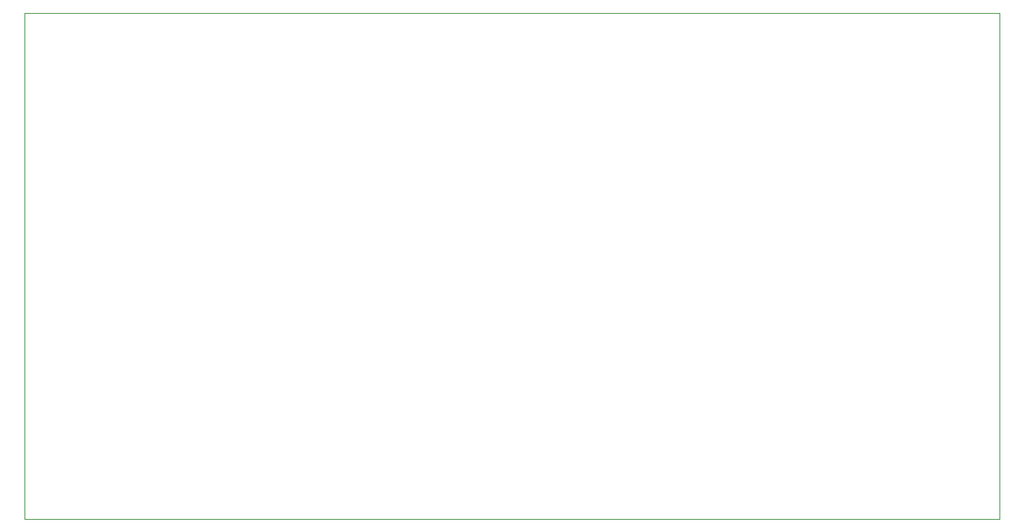
<source format=gbr>
%TF.GenerationSoftware,KiCad,Pcbnew,(5.1.8)-1*%
%TF.CreationDate,2020-12-03T12:02:38+01:00*%
%TF.ProjectId,repartiteur,72657061-7274-4697-9465-75722e6b6963,rev?*%
%TF.SameCoordinates,Original*%
%TF.FileFunction,Profile,NP*%
%FSLAX46Y46*%
G04 Gerber Fmt 4.6, Leading zero omitted, Abs format (unit mm)*
G04 Created by KiCad (PCBNEW (5.1.8)-1) date 2020-12-03 12:02:38*
%MOMM*%
%LPD*%
G01*
G04 APERTURE LIST*
%TA.AperFunction,Profile*%
%ADD10C,0.050000*%
%TD*%
G04 APERTURE END LIST*
D10*
X210620000Y-62230000D02*
X210620000Y-62350000D01*
X210566000Y-62230000D02*
X210620000Y-62230000D01*
X210370000Y-118230000D02*
X210620000Y-118230000D01*
X210370000Y-62230000D02*
X210566000Y-62230000D01*
X210620000Y-62350000D02*
X210620000Y-118230000D01*
X210370000Y-118230000D02*
X210120000Y-118230000D01*
X210370000Y-62230000D02*
X185420000Y-62230000D01*
X187870000Y-118230000D02*
X210120000Y-118230000D01*
X102870000Y-118230000D02*
X102870000Y-62230000D01*
X102870000Y-118230000D02*
X187870000Y-118230000D01*
X102870000Y-62230000D02*
X106680000Y-62230000D01*
X106680000Y-62230000D02*
X185420000Y-62230000D01*
M02*

</source>
